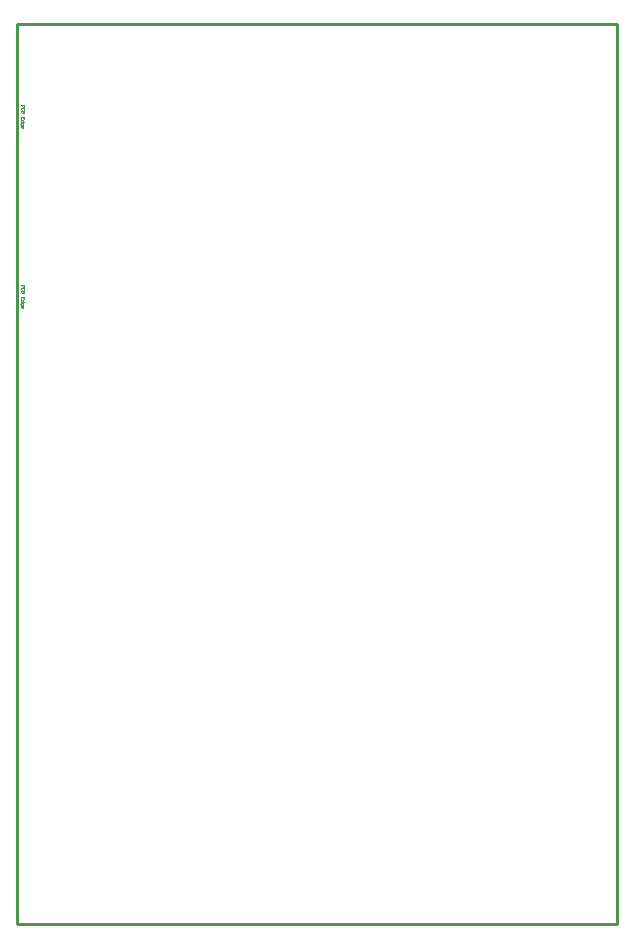
<source format=gm1>
G04*
G04 #@! TF.GenerationSoftware,Altium Limited,Altium Designer,18.1.7 (191)*
G04*
G04 Layer_Color=16711935*
%FSLAX25Y25*%
%MOIN*%
G70*
G01*
G75*
%ADD27C,0.01000*%
%ADD39C,0.00394*%
%ADD40C,0.00118*%
D27*
X0Y0D02*
X200000Y0D01*
X0Y300000D02*
X0Y0D01*
X0Y300000D02*
X200000Y300000D01*
X200000D02*
X200000Y0D01*
D39*
X500Y172500D02*
Y218169D01*
Y232500D02*
Y278169D01*
D40*
X1500Y213000D02*
X2484D01*
Y212508D01*
X2320Y212344D01*
X1992D01*
X1828Y212508D01*
Y213000D01*
X2320Y211360D02*
X2484Y211524D01*
Y211852D01*
X2320Y212016D01*
X1664D01*
X1500Y211852D01*
Y211524D01*
X1664Y211360D01*
X2484Y211032D02*
X1500D01*
Y210540D01*
X1664Y210376D01*
X1828D01*
X1992Y210540D01*
Y211032D01*
Y210540D01*
X2156Y210376D01*
X2320D01*
X2484Y210540D01*
Y211032D01*
Y208408D02*
Y209064D01*
X1500D01*
Y208408D01*
X1992Y209064D02*
Y208736D01*
X2484Y207424D02*
X1500D01*
Y207916D01*
X1664Y208080D01*
X1992D01*
X2156Y207916D01*
Y207424D01*
X1172Y206768D02*
Y206604D01*
X1336Y206440D01*
X2156D01*
Y206932D01*
X1992Y207096D01*
X1664D01*
X1500Y206932D01*
Y206440D01*
Y205621D02*
Y205948D01*
X1664Y206113D01*
X1992D01*
X2156Y205948D01*
Y205621D01*
X1992Y205456D01*
X1828D01*
Y206113D01*
X1500Y273000D02*
X2484D01*
Y272508D01*
X2320Y272344D01*
X1992D01*
X1828Y272508D01*
Y273000D01*
X2320Y271360D02*
X2484Y271524D01*
Y271852D01*
X2320Y272016D01*
X1664D01*
X1500Y271852D01*
Y271524D01*
X1664Y271360D01*
X2484Y271032D02*
X1500D01*
Y270540D01*
X1664Y270376D01*
X1828D01*
X1992Y270540D01*
Y271032D01*
Y270540D01*
X2156Y270376D01*
X2320D01*
X2484Y270540D01*
Y271032D01*
Y268408D02*
Y269064D01*
X1500D01*
Y268408D01*
X1992Y269064D02*
Y268736D01*
X2484Y267424D02*
X1500D01*
Y267916D01*
X1664Y268080D01*
X1992D01*
X2156Y267916D01*
Y267424D01*
X1172Y266768D02*
Y266604D01*
X1336Y266441D01*
X2156D01*
Y266932D01*
X1992Y267096D01*
X1664D01*
X1500Y266932D01*
Y266441D01*
Y265620D02*
Y265949D01*
X1664Y266112D01*
X1992D01*
X2156Y265949D01*
Y265620D01*
X1992Y265457D01*
X1828D01*
Y266112D01*
M02*

</source>
